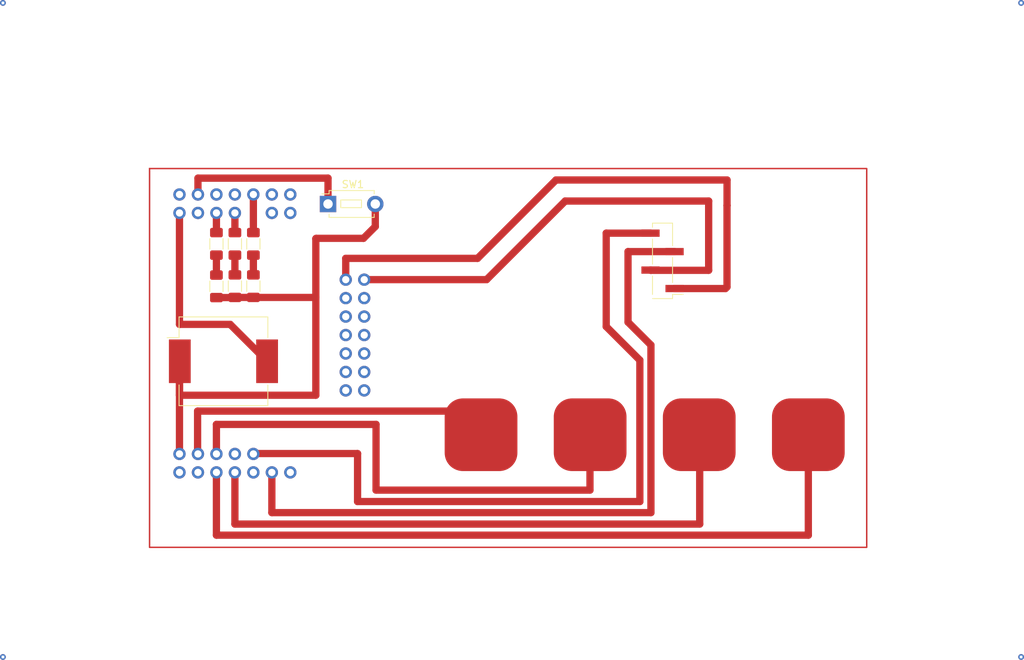
<source format=kicad_pcb>
(kicad_pcb (version 20241229) (generator "pcbnew") (generator_version "9.0")
  (layers (0 "F.Cu" signal) (2 "B.Cu" signal) (13 "F.Paste" user) (15 "B.Paste" user) (5 "F.SilkS" user "F.Silkscreen") (7 "B.SilkS" user "B.Silkscreen") (1 "F.Mask" user) (3 "B.Mask" user) (25 "Edge.Cuts" user))
  (net 0 "")
  (net 21 "Net-(Jtouch1-Pin_2)")
  (net 22 "Net-(Jtouch1-Pin_4)")
  (net 23 "Net-(Jtouch1-Pin_1)")
  (net 24 "Net-(Jtouch1-Pin_3)")
  (net 25 "Net-(Brd1-SCL)")
  (net 26 "Net-(Brd1-SDA)")
  (net 27 "Net-(Brd1-GND)")
  (net 28 "Net-(BZ1-+)")
  (net 29 "Net-(BZ1--)")
  (net 30 "Net-(U1-GPIO2{slash}TOUCH2{slash}ADC1_CH1)")
  (net 31 "Net-(D1-K)")
  (net 32 "Net-(D2-K)")
  (net 33 "Net-(D3-K)")
  (net 34 "Net-(U1-MTMS{slash}GPIO42)")
  (net 35 "Net-(U1-MTDO{slash}GPIO40{slash}CLK_OUT2)")
  (net 36 "Net-(U1-MTCK{slash}GPIO39{slash}CLK_OUT3{slash}SUBSPICS1)")
  (footprint "Resistor_SMD:R_1206_3216Metric_Pad1.30x1.75mm_HandSolder" (layer "F.Cu") (at 146.9136 88.7984 -90)
    (property "Reference" "R3" (hide yes))
    (property "Value" "R" (hide yes))
    (fp_line (start -0.727064 0.91) (end 0.727064 0.91) (stroke (width 0.12)) (layer "F.SilkS"))
    (fp_line (start -0.727064 -0.91) (end 0.727064 -0.91) (stroke (width 0.12)) (layer "F.SilkS"))
    (pad "1" smd roundrect (at -1.55 0 270) (size 1.3 1.75) (layers "F.Cu" "F.Mask" "F.Paste") (roundrect_rratio 0.192308) (net 36 "Net-(U1-MTCK{slash}GPIO39{slash}CLK_OUT3{slash}SUBSPICS1)"))
    (pad "2" smd roundrect (at 1.55 0 270) (size 1.3 1.75) (layers "F.Cu" "F.Mask" "F.Paste") (roundrect_rratio 0.192308) (net 33 "Net-(D3-K)"))
  )
  (footprint "Suporte:ESP_S3_dual_suport" (layer "F.Cu") (at 159.6136 108.9636)
    (property "Reference" "U1" (hide yes))
    (property "Value" "ESP32-S3-WROOM-1" (hide yes))
    (pad "1" thru_hole circle (at -22.86 11.28 270) (size 1.7 1.7) (drill 1) (layers "*.Cu" "*.Mask") (net 27 "Net-(Brd1-GND)"))
    (pad "2" thru_hole circle (at -22.86 8.74 270) (size 1.7 1.7) (drill 1) (layers "*.Cu" "*.Mask") (net 28 "Net-(BZ1-+)"))
    (pad "3" thru_hole circle (at -20.32 11.28 270) (size 1.7 1.7) (drill 1) (layers "*.Cu" "*.Mask"))
    (pad "3v" thru_hole circle (at 2.54 -15.24) (size 1.7 1.7) (drill 1) (layers "*.Cu" "*.Mask"))
    (pad "4" thru_hole circle (at -20.32 8.74 270) (size 1.7 1.7) (drill 1) (layers "*.Cu" "*.Mask") (net 23 "Net-(Jtouch1-Pin_1)"))
    (pad "5" thru_hole circle (at -17.78 11.28 270) (size 1.7 1.7) (drill 1) (layers "*.Cu" "*.Mask") (net 22 "Net-(Jtouch1-Pin_4)"))
    (pad "5v" thru_hole circle (at 2.54 0) (size 1.7 1.7) (drill 1) (layers "*.Cu" "*.Mask"))
    (pad "6" thru_hole circle (at -17.78 8.74 270) (size 1.7 1.7) (drill 1) (layers "*.Cu" "*.Mask") (net 21 "Net-(Jtouch1-Pin_2)"))
    (pad "7" thru_hole circle (at -15.24 11.28 270) (size 1.7 1.7) (drill 1) (layers "*.Cu" "*.Mask") (net 24 "Net-(Jtouch1-Pin_3)"))
    (pad "8" thru_hole circle (at -15.24 8.74 270) (size 1.7 1.7) (drill 1) (layers "*.Cu" "*.Mask"))
    (pad "9" thru_hole circle (at -12.7 11.28 270) (size 1.7 1.7) (drill 1) (layers "*.Cu" "*.Mask"))
    (pad "10" thru_hole circle (at -12.7 8.74 270) (size 1.7 1.7) (drill 1) (layers "*.Cu" "*.Mask") (net 26 "Net-(Brd1-SDA)"))
    (pad "11" thru_hole circle (at -10.16 11.28 270) (size 1.7 1.7) (drill 1) (layers "*.Cu" "*.Mask") (net 25 "Net-(Brd1-SCL)"))
    (pad "13" thru_hole circle (at -7.62 11.28 270) (size 1.7 1.7) (drill 1) (layers "*.Cu" "*.Mask"))
    (pad "17" thru_hole circle (at 0 -2.54) (size 1.7 1.7) (drill 1) (layers "*.Cu" "*.Mask"))
    (pad "18" thru_hole circle (at 2.54 -5.08) (size 1.7 1.7) (drill 1) (layers "*.Cu" "*.Mask"))
    (pad "19" thru_hole circle (at 0 -5.08) (size 1.7 1.7) (drill 1) (layers "*.Cu" "*.Mask"))
    (pad "20" thru_hole circle (at 2.54 -7.62) (size 1.7 1.7) (drill 1) (layers "*.Cu" "*.Mask"))
    (pad "21" thru_hole circle (at 0 -7.62) (size 1.7 1.7) (drill 1) (layers "*.Cu" "*.Mask"))
    (pad "22" thru_hole circle (at 2.54 -10.16) (size 1.7 1.7) (drill 1) (layers "*.Cu" "*.Mask"))
    (pad "23" thru_hole circle (at 0 -10.16) (size 1.7 1.7) (drill 1) (layers "*.Cu" "*.Mask"))
    (pad "24" thru_hole circle (at 2.54 -12.7) (size 1.7 1.7) (drill 1) (layers "*.Cu" "*.Mask"))
    (pad "25" thru_hole circle (at 0 -12.7) (size 1.7 1.7) (drill 1) (layers "*.Cu" "*.Mask"))
    (pad "27" thru_hole circle (at -7.62 -24.42 270) (size 1.7 1.7) (drill 1) (layers "*.Cu" "*.Mask"))
    (pad "28" thru_hole circle (at -7.62 -26.96 270) (size 1.7 1.7) (drill 1) (layers "*.Cu" "*.Mask"))
    (pad "29" thru_hole circle (at -10.16 -24.42 270) (size 1.7 1.7) (drill 1) (layers "*.Cu" "*.Mask"))
    (pad "30" thru_hole circle (at -10.16 -26.96 270) (size 1.7 1.7) (drill 1) (layers "*.Cu" "*.Mask"))
    (pad "32" thru_hole circle (at -12.7 -26.96 270) (size 1.7 1.7) (drill 1) (layers "*.Cu" "*.Mask") (net 36 "Net-(U1-MTCK{slash}GPIO39{slash}CLK_OUT3{slash}SUBSPICS1)"))
    (pad "33" thru_hole circle (at -15.24 -24.42 270) (size 1.7 1.7) (drill 1) (layers "*.Cu" "*.Mask") (net 35 "Net-(U1-MTDO{slash}GPIO40{slash}CLK_OUT2)"))
    (pad "34" thru_hole circle (at -15.24 -26.96 270) (size 1.7 1.7) (drill 1) (layers "*.Cu" "*.Mask"))
    (pad "35" thru_hole circle (at -17.78 -24.42 270) (size 1.7 1.7) (drill 1) (layers "*.Cu" "*.Mask") (net 34 "Net-(U1-MTMS{slash}GPIO42)"))
    (pad "36" thru_hole circle (at -17.78 -26.96 270) (size 1.7 1.7) (drill 1) (layers "*.Cu" "*.Mask"))
    (pad "37" thru_hole circle (at -20.32 -24.42 270) (size 1.7 1.7) (drill 1) (layers "*.Cu" "*.Mask"))
    (pad "38" thru_hole circle (at -20.32 -26.96 270) (size 1.7 1.7) (drill 1) (layers "*.Cu" "*.Mask") (net 30 "Net-(U1-GPIO2{slash}TOUCH2{slash}ADC1_CH1)"))
    (pad "39" thru_hole circle (at -22.86 -24.42 270) (size 1.7 1.7) (drill 1) (layers "*.Cu" "*.Mask") (net 29 "Net-(BZ1--)"))
    (pad "40" thru_hole circle (at -22.86 -26.96 270) (size 1.7 1.7) (drill 1) (layers "*.Cu" "*.Mask") (net 27 "Net-(Brd1-GND)"))
    (pad "G" thru_hole circle (at 0 -15.24) (size 1.7 1.7) (drill 1) (layers "*.Cu" "*.Mask"))
    (pad "G" thru_hole circle (at 0 0) (size 1.7 1.7) (drill 1) (layers "*.Cu" "*.Mask"))
    (pad "G" thru_hole circle (at 2.54 -2.54) (size 1.7 1.7) (drill 1) (layers "*.Cu" "*.Mask"))
  )
  (footprint "Resistor_SMD:R_1206_3216Metric_Pad1.30x1.75mm_HandSolder" (layer "F.Cu") (at 144.3736 88.7984 -90)
    (property "Reference" "R2" (hide yes))
    (property "Value" "R" (hide yes))
    (fp_line (start -0.727064 0.91) (end 0.727064 0.91) (stroke (width 0.12)) (layer "F.SilkS"))
    (fp_line (start -0.727064 -0.91) (end 0.727064 -0.91) (stroke (width 0.12)) (layer "F.SilkS"))
    (pad "1" smd roundrect (at -1.55 0 270) (size 1.3 1.75) (layers "F.Cu" "F.Mask" "F.Paste") (roundrect_rratio 0.192308) (net 35 "Net-(U1-MTDO{slash}GPIO40{slash}CLK_OUT2)"))
    (pad "2" smd roundrect (at 1.55 0 270) (size 1.3 1.75) (layers "F.Cu" "F.Mask" "F.Paste") (roundrect_rratio 0.192308) (net 32 "Net-(D2-K)"))
  )
  (footprint "Resistor_SMD:R_1206_3216Metric_Pad1.30x1.75mm_HandSolder" (layer "F.Cu") (at 141.8336 94.6404 -90)
    (property "Reference" "D1" (hide yes))
    (property "Value" "LED" (hide yes))
    (fp_line (start -0.727064 0.91) (end 0.727064 0.91) (stroke (width 0.12)) (layer "F.SilkS"))
    (fp_line (start -0.727064 -0.91) (end 0.727064 -0.91) (stroke (width 0.12)) (layer "F.SilkS"))
    (pad "1" smd roundrect (at -1.55 0 270) (size 1.3 1.75) (layers "F.Cu" "F.Mask" "F.Paste") (roundrect_rratio 0.192308) (net 31 "Net-(D1-K)"))
    (pad "2" smd roundrect (at 1.55 0 270) (size 1.3 1.75) (layers "F.Cu" "F.Mask" "F.Paste") (roundrect_rratio 0.192308) (net 28 "Net-(BZ1-+)"))
  )
  (footprint "Connector_PinHeader_2.54mm:PinHeader_1x04_P2.54mm_Vertical_SMD_Pin1Left" (layer "F.Cu") (at 203.1706 91.1352 180)
    (property "Reference" "Brd1" (hide yes))
    (property "Value" "SSD1306")
    (fp_line (start 1.38 4.62) (end 1.38 5.19) (stroke (width 0.12)) (layer "F.SilkS"))
    (fp_line (start 1.38 -0.46) (end 1.38 3) (stroke (width 0.12)) (layer "F.SilkS"))
    (fp_line (start 1.38 -4.62) (end 1.38 -2.08) (stroke (width 0.12)) (layer "F.SilkS"))
    (fp_line (start -1.38 5.19) (end 1.38 5.19) (stroke (width 0.12)) (layer "F.SilkS"))
    (fp_line (start -1.38 2.08) (end -1.38 5.19) (stroke (width 0.12)) (layer "F.SilkS"))
    (fp_line (start -1.38 -3) (end -1.38 0.46) (stroke (width 0.12)) (layer "F.SilkS"))
    (fp_line (start -1.38 -4.62) (end -2.85 -4.62) (stroke (width 0.12)) (layer "F.SilkS"))
    (fp_line (start -1.38 -5.19) (end 1.38 -5.19) (stroke (width 0.12)) (layer "F.SilkS"))
    (fp_line (start -1.38 -5.19) (end -1.38 -4.62) (stroke (width 0.12)) (layer "F.SilkS"))
    (pad "1" smd rect (at -1.655 -3.81 180) (size 2.51 1) (layers "F.Cu" "F.Mask" "F.Paste") (net 27 "Net-(Brd1-GND)"))
    (pad "2" smd rect (at 1.655 -1.27 180) (size 2.51 1) (layers "F.Cu" "F.Mask" "F.Paste") (net 28 "Net-(BZ1-+)"))
    (pad "3" smd rect (at -1.655 1.27 180) (size 2.51 1) (layers "F.Cu" "F.Mask" "F.Paste") (net 25 "Net-(Brd1-SCL)"))
    (pad "4" smd rect (at 1.655 3.81 180) (size 2.51 1) (layers "F.Cu" "F.Mask" "F.Paste") (net 26 "Net-(Brd1-SDA)"))
  )
  (footprint "Buzzer_Beeper:Buzzer_Mallory_AST1240MLQ" (layer "F.Cu") (at 142.7988 104.9528)
    (property "Reference" "BZ1" (hide yes))
    (property "Value" "Buzzer" (hide yes))
    (fp_line (start -6.1 -6.1) (end 6.1 -6.1) (stroke (width 0.12)) (layer "F.SilkS"))
    (fp_line (start -6.1 -3.25) (end -7.75 -3.25) (stroke (width 0.12)) (layer "F.SilkS"))
    (fp_line (start -6.1 -3.25) (end -6.1 -6.1) (stroke (width 0.12)) (layer "F.SilkS"))
    (fp_line (start -6.1 6.1) (end -6.1 3.25) (stroke (width 0.12)) (layer "F.SilkS"))
    (fp_line (start 6.1 -6.1) (end 6.1 -3.25) (stroke (width 0.12)) (layer "F.SilkS"))
    (fp_line (start 6.1 3.25) (end 6.1 6.1) (stroke (width 0.12)) (layer "F.SilkS"))
    (fp_line (start 6.1 6.1) (end -6.1 6.1) (stroke (width 0.12)) (layer "F.SilkS"))
    (pad "1" smd rect (at -6 0) (size 3 6) (layers "F.Cu" "F.Mask" "F.Paste") (net 28 "Net-(BZ1-+)"))
    (pad "2" smd rect (at 6 0) (size 3 6) (layers "F.Cu" "F.Mask" "F.Paste") (net 29 "Net-(BZ1--)"))
  )
  (footprint "Resistor_SMD:R_1206_3216Metric_Pad1.30x1.75mm_HandSolder" (layer "F.Cu") (at 141.8336 88.7984 -90)
    (property "Reference" "R1" (hide yes))
    (property "Value" "R" (hide yes))
    (fp_line (start -0.727064 0.91) (end 0.727064 0.91) (stroke (width 0.12)) (layer "F.SilkS"))
    (fp_line (start -0.727064 -0.91) (end 0.727064 -0.91) (stroke (width 0.12)) (layer "F.SilkS"))
    (pad "1" smd roundrect (at -1.55 0 270) (size 1.3 1.75) (layers "F.Cu" "F.Mask" "F.Paste") (roundrect_rratio 0.192308) (net 34 "Net-(U1-MTMS{slash}GPIO42)"))
    (pad "2" smd roundrect (at 1.55 0 270) (size 1.3 1.75) (layers "F.Cu" "F.Mask" "F.Paste") (roundrect_rratio 0.192308) (net 31 "Net-(D1-K)"))
  )
  (footprint "Button_Switch_THT:SW_PUSH_1P1T_6x3.5mm_H5.0_APEM_MJTP1250" (layer "F.Cu") (at 157.1764 83.312)
    (property "Reference" "SW1" (at 3.42 -2.7 0) (layer "F.SilkS"))
    (property "Value" "SW_MEC_5G")
    (fp_line (start 0.15 -1.85) (end 0.15 -1.39) (stroke (width 0.12)) (layer "F.SilkS"))
    (fp_line (start 0.15 -1.39) (end -0.85 -1.39) (stroke (width 0.12)) (layer "F.SilkS"))
    (fp_line (start 0.15 1.39) (end 0.15 1.85) (stroke (width 0.12)) (layer "F.SilkS"))
    (fp_line (start 0.15 1.85) (end 6.35 1.85) (stroke (width 0.12)) (layer "F.SilkS"))
    (fp_line (start 6.35 -1.85) (end 0.15 -1.85) (stroke (width 0.12)) (layer "F.SilkS"))
    (fp_line (start 6.35 -1.85) (end 6.35 -1.39) (stroke (width 0.12)) (layer "F.SilkS"))
    (fp_line (start 6.35 1.39) (end 6.35 1.85) (stroke (width 0.12)) (layer "F.SilkS"))
    (fp_rect (start 1.75 -0.55) (end 4.6 0.5) (stroke (width 0.12)) (fill no) (layer "F.SilkS"))
    (pad "1" thru_hole rect (at 0 0 90) (size 2.25 2.25) (drill 1.3) (layers "*.Cu" "*.Mask") (net 30 "Net-(U1-GPIO2{slash}TOUCH2{slash}ADC1_CH1)"))
    (pad "2" thru_hole circle (at 6.5 0 90) (size 2.25 2.25) (drill 1.3) (layers "*.Cu" "*.Mask") (net 28 "Net-(BZ1-+)"))
  )
  (footprint "Suporte:touch" (layer "F.Cu") (at 193.2152 115.062)
    (property "Reference" "Jtouch1" (hide yes))
    (property "Value" "Conn_01x04_Pin" (hide yes))
    (pad "0" smd roundrect (at -15 0) (size 10 10) (layers "F.Cu" "F.Mask" "F.Paste") (net 23 "Net-(Jtouch1-Pin_1)"))
    (pad "1" smd roundrect (at 0 0) (size 10 10) (layers "F.Cu" "F.Mask" "F.Paste") (net 21 "Net-(Jtouch1-Pin_2)"))
    (pad "2" smd roundrect (at 15 0) (size 10 10) (layers "F.Cu" "F.Mask" "F.Paste") (net 24 "Net-(Jtouch1-Pin_3)"))
    (pad "3" smd roundrect (at 30 0) (size 10 10) (layers "F.Cu" "F.Mask" "F.Paste") (net 22 "Net-(Jtouch1-Pin_4)"))
  )
  (footprint "Resistor_SMD:R_1206_3216Metric_Pad1.30x1.75mm_HandSolder" (layer "F.Cu") (at 144.3736 94.6156 -90)
    (property "Reference" "D2" (hide yes))
    (property "Value" "LED" (hide yes))
    (fp_line (start -0.727064 0.91) (end 0.727064 0.91) (stroke (width 0.12)) (layer "F.SilkS"))
    (fp_line (start -0.727064 -0.91) (end 0.727064 -0.91) (stroke (width 0.12)) (layer "F.SilkS"))
    (pad "1" smd roundrect (at -1.55 0 270) (size 1.3 1.75) (layers "F.Cu" "F.Mask" "F.Paste") (roundrect_rratio 0.192308) (net 32 "Net-(D2-K)"))
    (pad "2" smd roundrect (at 1.55 0 270) (size 1.3 1.75) (layers "F.Cu" "F.Mask" "F.Paste") (roundrect_rratio 0.192308) (net 28 "Net-(BZ1-+)"))
  )
  (footprint "Resistor_SMD:R_1206_3216Metric_Pad1.30x1.75mm_HandSolder" (layer "F.Cu") (at 146.9136 94.6144 -90)
    (property "Reference" "D3" (hide yes))
    (property "Value" "LED" (hide yes))
    (fp_line (start -0.727064 0.91) (end 0.727064 0.91) (stroke (width 0.12)) (layer "F.SilkS"))
    (fp_line (start -0.727064 -0.91) (end 0.727064 -0.91) (stroke (width 0.12)) (layer "F.SilkS"))
    (pad "1" smd roundrect (at -1.55 0 270) (size 1.3 1.75) (layers "F.Cu" "F.Mask" "F.Paste") (roundrect_rratio 0.192308) (net 33 "Net-(D3-K)"))
    (pad "2" smd roundrect (at 1.55 0 270) (size 1.3 1.75) (layers "F.Cu" "F.Mask" "F.Paste") (roundrect_rratio 0.192308) (net 28 "Net-(BZ1-+)"))
  )
  (gr_rect (start 132.6388 78.4352) (end 231.2416 130.556) (stroke (width 0.2)) (fill no) (layer "F.Cu"))
  (via (at 112.476 55.6436) (size 0.8) (drill 0.4) (layers "F.Cu" "B.Cu") (net 0))
  (via (at 252.476 145.6436) (size 0.8) (drill 0.4) (layers "F.Cu" "B.Cu") (net 0))
  (via (at 252.476 55.6436) (size 0.8) (drill 0.4) (layers "F.Cu" "B.Cu") (net 0))
  (via (at 112.476 145.6436) (size 0.8) (drill 0.4) (layers "F.Cu" "B.Cu") (net 0))
  (segment (start 141.8336 117.7036) (end 141.8336 113.6396) (width 1) (layer "F.Cu") (net 21))
  (segment (start 141.8336 113.6396) (end 163.7792 113.6396) (width 1) (layer "F.Cu") (net 21))
  (segment (start 163.7792 122.682) (end 193.1924 122.682) (width 1) (layer "F.Cu") (net 21))
  (segment (start 193.1924 122.682) (end 193.1924 115.0848) (width 1) (layer "F.Cu") (net 21))
  (segment (start 163.7792 113.6396) (end 163.7792 122.682) (width 1) (layer "F.Cu") (net 21))
  (segment (start 193.1924 115.0848) (end 193.2152 115.062) (width 1) (layer "F.Cu") (net 21))
  (segment (start 223.2152 128.8796) (end 141.8336 128.8796) (width 1) (layer "F.Cu") (net 22))
  (segment (start 223.2152 115.062) (end 223.2152 128.8796) (width 1) (layer "F.Cu") (net 22))
  (segment (start 141.8336 128.8796) (end 141.8336 120.2436) (width 1) (layer "F.Cu") (net 22))
  (segment (start 139.2428 117.6528) (end 139.2936 117.7036) (width 1) (layer "F.Cu") (net 23))
  (segment (start 139.2428 111.8108) (end 139.2428 117.6528) (width 1) (layer "F.Cu") (net 23))
  (segment (start 174.964 111.8108) (end 139.2428 111.8108) (width 1) (layer "F.Cu") (net 23))
  (segment (start 178.2152 115.062) (end 174.964 111.8108) (width 1) (layer "F.Cu") (net 23))
  (segment (start 208.28 127.3556) (end 208.28 115.1268) (width 1) (layer "F.Cu") (net 24))
  (segment (start 144.3736 120.2436) (end 144.3736 127.3556) (width 1) (layer "F.Cu") (net 24))
  (segment (start 144.3736 127.3556) (end 208.28 127.3556) (width 1) (layer "F.Cu") (net 24))
  (segment (start 208.28 115.1268) (end 208.2152 115.062) (width 1) (layer "F.Cu") (net 24))
  (segment (start 149.4536 125.7808) (end 149.4536 120.2436) (width 1) (layer "F.Cu") (net 25))
  (segment (start 201.5744 125.7808) (end 149.4536 125.7808) (width 1) (layer "F.Cu") (net 25))
  (segment (start 198.4248 89.8652) (end 198.4248 99.568) (width 1) (layer "F.Cu") (net 25))
  (segment (start 204.8256 89.8652) (end 198.4248 89.8652) (width 1) (layer "F.Cu") (net 25))
  (segment (start 201.5744 102.7176) (end 201.5744 125.7808) (width 1) (layer "F.Cu") (net 25))
  (segment (start 198.4248 99.568) (end 201.5744 102.7176) (width 1) (layer "F.Cu") (net 25))
  (segment (start 200.0504 104.8004) (end 200.0504 124.2568) (width 1) (layer "F.Cu") (net 26))
  (segment (start 195.4276 100.1776) (end 200.0504 104.8004) (width 1) (layer "F.Cu") (net 26))
  (segment (start 146.9136 117.6528) (end 146.9136 117.7036) (width 1) (layer "F.Cu") (net 26))
  (segment (start 201.5156 87.3252) (end 195.4276 87.3252) (width 1) (layer "F.Cu") (net 26))
  (segment (start 161.2392 124.2568) (end 161.2392 117.6528) (width 1) (layer "F.Cu") (net 26))
  (segment (start 161.2392 117.6528) (end 146.9136 117.6528) (width 1) (layer "F.Cu") (net 26))
  (segment (start 195.4276 87.3252) (end 195.4276 100.1776) (width 1) (layer "F.Cu") (net 26))
  (segment (start 200.0504 124.2568) (end 161.2392 124.2568) (width 1) (layer "F.Cu") (net 26))
  (segment (start 211.819279 94.9452) (end 212.034814 94.729665) (width 1) (layer "F.Cu") (net 27))
  (segment (start 204.8256 94.9452) (end 211.819279 94.9452) (width 1) (layer "F.Cu") (net 27))
  (segment (start 212.034814 83.519586) (end 212.0392 83.5152) (width 1) (layer "F.Cu") (net 27))
  (segment (start 212.0392 83.5152) (end 212.0392 80.01) (width 1) (layer "F.Cu") (net 27))
  (segment (start 177.736956 90.791844) (end 159.6136 90.791844) (width 1) (layer "F.Cu") (net 27))
  (segment (start 188.5188 80.01) (end 177.736956 90.791844) (width 1) (layer "F.Cu") (net 27))
  (segment (start 212.0392 80.01) (end 188.5188 80.01) (width 1) (layer "F.Cu") (net 27))
  (segment (start 212.034814 94.729665) (end 212.034814 83.519586) (width 1) (layer "F.Cu") (net 27))
  (segment (start 159.6136 90.791844) (end 159.6136 93.7236) (width 1) (layer "F.Cu") (net 27))
  (segment (start 136.7536 109.6264) (end 155.4988 109.6264) (width 1) (layer "F.Cu") (net 28))
  (segment (start 146.9136 96.1644) (end 155.4988 96.1644) (width 1) (layer "F.Cu") (net 28))
  (segment (start 201.548446 92.438046) (end 201.5156 92.4052) (width 1) (layer "F.Cu") (net 28))
  (segment (start 136.7536 104.998) (end 136.7988 104.9528) (width 1) (layer "F.Cu") (net 28))
  (segment (start 144.3488 96.1904) (end 144.3736 96.1656) (width 1) (layer "F.Cu") (net 28))
  (segment (start 155.4988 96.1644) (end 155.4988 88.0872) (width 1) (layer "F.Cu") (net 28))
  (segment (start 136.7536 104.998) (end 136.7536 109.6264) (width 1) (layer "F.Cu") (net 28))
  (segment (start 155.4988 109.6264) (end 155.4988 96.1644) (width 1) (layer "F.Cu") (net 28))
  (segment (start 189.7888 82.9056) (end 209.510712 82.9056) (width 1) (layer "F.Cu") (net 28))
  (segment (start 155.4988 88.0872) (end 155.5496 88.0364) (width 1) (layer "F.Cu") (net 28))
  (segment (start 162.1536 93.7236) (end 178.9708 93.7236) (width 1) (layer "F.Cu") (net 28))
  (segment (start 209.510712 92.438046) (end 201.548446 92.438046) (width 1) (layer "F.Cu") (net 28))
  (segment (start 155.5496 88.0364) (end 162.052 88.0364) (width 1) (layer "F.Cu") (net 28))
  (segment (start 162.052 88.0364) (end 163.6764 86.412) (width 1) (layer "F.Cu") (net 28))
  (segment (start 178.9708 93.7236) (end 189.7888 82.9056) (width 1) (layer "F.Cu") (net 28))
  (segment (start 144.3736 96.1656) (end 146.9124 96.1656) (width 1) (layer "F.Cu") (net 28))
  (segment (start 136.7536 117.7036) (end 136.7536 104.998) (width 1) (layer "F.Cu") (net 28))
  (segment (start 146.9124 96.1656) (end 146.9136 96.1644) (width 1) (layer "F.Cu") (net 28))
  (segment (start 209.510712 82.9056) (end 209.510712 92.438046) (width 1) (layer "F.Cu") (net 28))
  (segment (start 141.8336 96.1904) (end 144.3488 96.1904) (width 1) (layer "F.Cu") (net 28))
  (segment (start 163.6764 86.412) (end 163.6764 83.312) (width 1) (layer "F.Cu") (net 28))
  (segment (start 143.7188 99.8728) (end 148.7988 104.9528) (width 1) (layer "F.Cu") (net 29))
  (segment (start 136.7536 99.8728) (end 143.7188 99.8728) (width 1) (layer "F.Cu") (net 29))
  (segment (start 136.7536 84.5436) (end 136.7536 99.8728) (width 1) (layer "F.Cu") (net 29))
  (segment (start 139.2936 82.0036) (end 139.2936 79.756) (width 1) (layer "F.Cu") (net 30))
  (segment (start 139.2936 79.756) (end 157.1764 79.756) (width 1) (layer "F.Cu") (net 30))
  (segment (start 157.1764 79.756) (end 157.1764 83.312) (width 1) (layer "F.Cu") (net 30))
  (segment (start 141.8336 90.3484) (end 141.8336 93.0904) (width 1) (layer "F.Cu") (net 31))
  (segment (start 144.3736 90.3484) (end 144.3736 93.0656) (width 1) (layer "F.Cu") (net 32))
  (segment (start 146.9136 90.3484) (end 146.9136 93.0644) (width 1) (layer "F.Cu") (net 33))
  (segment (start 141.8336 84.5436) (end 141.8336 87.2484) (width 1) (layer "F.Cu") (net 34))
  (segment (start 144.3736 84.5436) (end 144.3736 87.2484) (width 1) (layer "F.Cu") (net 35))
  (segment (start 146.9136 82.0036) (end 146.9136 87.2484) (width 1) (layer "F.Cu") (net 36))
)
</source>
